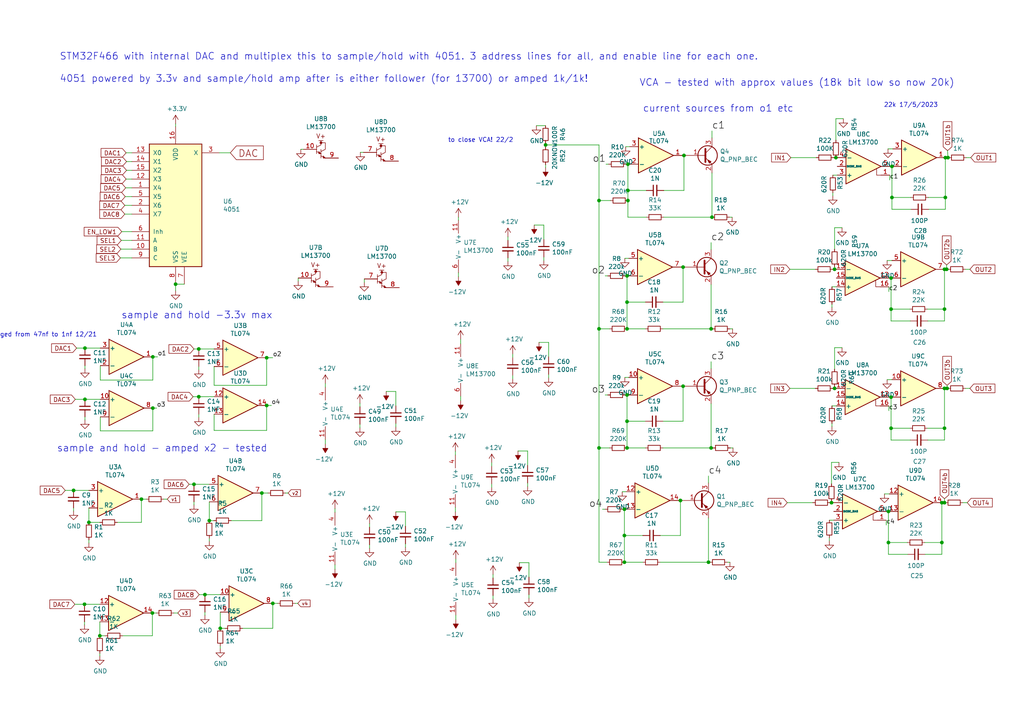
<source format=kicad_sch>
(kicad_sch (version 20211123) (generator eeschema)
  (paper "A4")
  (junction (at 41.021 144.78))
  (junction (at 258.699 48.26))
  (junction (at 273.939 78.105))
  (junction (at 182.118 58.166))
  (junction (at 44.323 103.505))
  (junction (at 257.683 157.353))
  (junction (at 273.177 145.796))
  (junction (at 206.502 62.992))
  (junction (at 181.102 163.068))
  (junction (at 274.701 112.649))
  (junction (at 274.193 57.277))
  (junction (at 198.12 77.47))
  (junction (at 273.939 124.206))
  (junction (at 60.706 151.003))
  (junction (at 173.736 129.921))
  (junction (at 258.445 124.206))
  (junction (at 77.343 103.759))
  (junction (at 181.864 114.554))
  (junction (at 258.445 89.662))
  (junction (at 57.658 101.219))
  (junction (at 206.248 95.377))
  (junction (at 181.102 147.701))
  (junction (at 206.248 129.921))
  (junction (at 21.336 142.24))
  (junction (at 59.436 172.466))
  (junction (at 173.736 95.377))
  (junction (at 258.445 115.189))
  (junction (at 181.864 95.377))
  (junction (at 182.118 47.625))
  (junction (at 274.193 45.72))
  (junction (at 273.939 89.662))
  (junction (at 258.699 57.277))
  (junction (at 182.118 55.245))
  (junction (at 181.864 80.01))
  (junction (at 77.343 117.602))
  (junction (at 273.939 145.796))
  (junction (at 57.658 115.062))
  (junction (at 44.196 177.8))
  (junction (at 24.511 175.26))
  (junction (at 181.864 129.921))
  (junction (at 50.927 82.423))
  (junction (at 273.939 112.649))
  (junction (at 198.12 112.014))
  (junction (at 56.261 140.462))
  (junction (at 197.358 145.161))
  (junction (at 242.062 78.105))
  (junction (at 24.638 115.824))
  (junction (at 205.486 163.068))
  (junction (at 242.443 45.72))
  (junction (at 25.781 151.511))
  (junction (at 181.864 122.174))
  (junction (at 24.638 100.965))
  (junction (at 158.242 42.037))
  (junction (at 181.864 87.63))
  (junction (at 173.736 58.166))
  (junction (at 181.102 155.321))
  (junction (at 274.574 78.105))
  (junction (at 258.445 80.645))
  (junction (at 28.956 184.404))
  (junction (at 63.881 182.245))
  (junction (at 257.683 148.336))
  (junction (at 273.177 157.353))
  (junction (at 44.323 118.364))
  (junction (at 241.173 145.796))
  (junction (at 242.062 112.649))
  (junction (at 75.946 143.002))
  (junction (at 274.955 45.72))
  (junction (at 79.121 175.006))
  (junction (at 198.374 45.085))
  (wire (pts (xy 153.035 130.81) (xy 153.035 135.001)))
  (wire (pts (xy 25.781 151.511) (xy 28.956 151.511)))
  (wire (pts (xy 44.323 110.236) (xy 44.323 103.505)))
  (wire (pts (xy 192.278 129.921) (xy 206.248 129.921)))
  (wire (pts (xy 197.358 155.321) (xy 191.516 155.321)))
  (wire (pts (xy 155.575 36.449) (xy 158.242 36.449)))
  (wire (pts (xy 182.118 55.245) (xy 187.452 55.245)))
  (wire (pts (xy 114.808 122.809) (xy 114.808 123.825)))
  (wire (pts (xy 181.864 129.921) (xy 187.198 129.921)))
  (wire (pts (xy 258.445 124.206) (xy 263.906 124.206)))
  (wire (pts (xy 38.227 51.943) (xy 36.576 51.943)))
  (wire (pts (xy 198.374 45.085) (xy 198.374 55.245)))
  (wire (pts (xy 242.443 40.64) (xy 242.443 34.417)))
  (wire (pts (xy 258.445 80.645) (xy 258.699 80.645)))
  (wire (pts (xy 181.229 74.93) (xy 182.372 74.93)))
  (wire (pts (xy 197.866 45.085) (xy 198.374 45.085)))
  (wire (pts (xy 181.864 122.174) (xy 181.864 129.921)))
  (wire (pts (xy 211.709 95.377) (xy 212.471 95.377)))
  (wire (pts (xy 257.302 110.109) (xy 258.699 110.109)))
  (wire (pts (xy 24.638 100.965) (xy 22.225 100.965)))
  (wire (pts (xy 211.836 129.921) (xy 212.598 129.921)))
  (wire (pts (xy 57.658 101.219) (xy 56.261 101.219)))
  (wire (pts (xy 181.864 114.554) (xy 182.372 114.554)))
  (wire (pts (xy 38.227 44.323) (xy 36.576 44.323)))
  (wire (pts (xy 258.699 57.277) (xy 258.699 60.706)))
  (wire (pts (xy 21.336 142.24) (xy 18.923 142.24)))
  (wire (pts (xy 258.064 50.8) (xy 258.064 52.197)))
  (wire (pts (xy 35.56 184.404) (xy 44.196 184.404)))
  (wire (pts (xy 258.064 48.26) (xy 258.699 48.26)))
  (wire (pts (xy 198.12 87.63) (xy 192.278 87.63)))
  (wire (pts (xy 274.574 78.105) (xy 274.955 78.105)))
  (wire (pts (xy 241.808 45.72) (xy 242.443 45.72)))
  (wire (pts (xy 257.81 117.729) (xy 257.81 119.126)))
  (wire (pts (xy 79.121 175.006) (xy 80.518 175.006)))
  (wire (pts (xy 62.103 120.142) (xy 62.103 124.841)))
  (wire (pts (xy 75.946 151.003) (xy 75.946 143.002)))
  (wire (pts (xy 60.706 145.542) (xy 60.706 151.003)))
  (wire (pts (xy 85.598 175.006) (xy 86.36 175.006)))
  (wire (pts (xy 192.278 95.377) (xy 206.248 95.377)))
  (wire (pts (xy 142.621 140.335) (xy 142.621 141.351)))
  (wire (pts (xy 191.516 163.068) (xy 205.486 163.068)))
  (wire (pts (xy 38.227 62.103) (xy 36.195 62.103)))
  (wire (pts (xy 205.486 163.068) (xy 205.867 163.068)))
  (wire (pts (xy 198.12 112.014) (xy 198.628 112.014)))
  (wire (pts (xy 104.521 44.196) (xy 105.41 44.196)))
  (wire (pts (xy 198.12 77.47) (xy 198.628 77.47)))
  (wire (pts (xy 158.242 42.037) (xy 158.242 42.672)))
  (wire (pts (xy 242.062 72.263) (xy 242.062 66.04)))
  (wire (pts (xy 268.224 157.353) (xy 273.177 157.353)))
  (wire (pts (xy 104.394 116.967) (xy 104.394 117.983)))
  (wire (pts (xy 241.3 83.185) (xy 242.57 83.185)))
  (wire (pts (xy 157.734 65.278) (xy 157.734 69.469)))
  (wire (pts (xy 114.808 113.538) (xy 114.808 117.729)))
  (wire (pts (xy 211.582 62.992) (xy 212.344 62.992)))
  (wire (pts (xy 63.881 187.325) (xy 63.881 188.087)))
  (wire (pts (xy 198.12 122.174) (xy 192.278 122.174)))
  (wire (pts (xy 197.358 145.161) (xy 197.358 155.321)))
  (wire (pts (xy 28.956 189.484) (xy 28.956 190.246)))
  (wire (pts (xy 181.102 155.321) (xy 186.436 155.321)))
  (wire (pts (xy 257.683 148.336) (xy 257.937 148.336)))
  (wire (pts (xy 273.177 157.353) (xy 273.177 160.782)))
  (wire (pts (xy 241.3 117.729) (xy 242.57 117.729)))
  (wire (pts (xy 47.498 144.78) (xy 48.514 144.78)))
  (wire (pts (xy 44.196 177.8) (xy 44.196 184.404)))
  (wire (pts (xy 143.002 172.72) (xy 143.002 173.736)))
  (wire (pts (xy 181.864 95.377) (xy 187.198 95.377)))
  (wire (pts (xy 173.736 95.377) (xy 173.736 129.921)))
  (wire (pts (xy 67.056 151.003) (xy 75.946 151.003)))
  (wire (pts (xy 50.927 82.423) (xy 50.927 84.328)))
  (wire (pts (xy 44.323 103.505) (xy 45.72 103.505)))
  (wire (pts (xy 114.808 148.463) (xy 117.602 148.463)))
  (wire (pts (xy 57.658 101.219) (xy 62.103 101.219)))
  (wire (pts (xy 150.622 163.195) (xy 153.416 163.195)))
  (wire (pts (xy 242.443 34.417) (xy 244.602 34.417)))
  (wire (pts (xy 24.638 106.045) (xy 24.638 106.934)))
  (wire (pts (xy 132.207 162.179) (xy 132.207 163.195)))
  (wire (pts (xy 148.717 102.743) (xy 148.717 103.759)))
  (wire (pts (xy 105.664 80.899) (xy 105.664 81.915)))
  (wire (pts (xy 132.969 79.121) (xy 132.969 80.264)))
  (wire (pts (xy 258.445 89.662) (xy 263.906 89.662)))
  (wire (pts (xy 274.955 45.72) (xy 275.209 45.72)))
  (wire (pts (xy 133.604 114.935) (xy 133.604 116.205)))
  (wire (pts (xy 173.736 95.377) (xy 173.736 58.166)))
  (wire (pts (xy 24.638 100.965) (xy 29.083 100.965)))
  (wire (pts (xy 274.701 112.649) (xy 274.955 112.649)))
  (wire (pts (xy 197.612 112.014) (xy 198.12 112.014)))
  (wire (pts (xy 44.196 177.8) (xy 45.339 177.8)))
  (wire (pts (xy 242.062 112.649) (xy 242.57 112.649)))
  (wire (pts (xy 77.343 111.76) (xy 77.343 103.759)))
  (wire (pts (xy 182.118 55.245) (xy 182.118 58.166)))
  (wire (pts (xy 206.248 72.39) (xy 206.248 70.358)))
  (wire (pts (xy 38.227 46.863) (xy 36.703 46.863)))
  (wire (pts (xy 50.419 177.8) (xy 51.562 177.8)))
  (wire (pts (xy 242.443 45.72) (xy 242.824 45.72)))
  (wire (pts (xy 269.24 57.277) (xy 274.193 57.277)))
  (wire (pts (xy 180.467 142.621) (xy 181.61 142.621)))
  (wire (pts (xy 24.638 115.824) (xy 29.083 115.824)))
  (wire (pts (xy 143.002 166.624) (xy 143.002 167.64)))
  (wire (pts (xy 147.32 74.803) (xy 147.32 75.819)))
  (wire (pts (xy 132.969 62.992) (xy 132.969 63.881)))
  (wire (pts (xy 197.358 145.161) (xy 197.866 145.161)))
  (wire (pts (xy 176.784 95.377) (xy 173.736 95.377)))
  (wire (pts (xy 148.717 108.839) (xy 148.717 109.855)))
  (wire (pts (xy 206.248 95.377) (xy 206.629 95.377)))
  (wire (pts (xy 38.227 59.563) (xy 36.195 59.563)))
  (wire (pts (xy 38.227 54.483) (xy 36.449 54.483)))
  (wire (pts (xy 28.956 180.34) (xy 28.956 184.404)))
  (wire (pts (xy 63.881 182.245) (xy 65.278 182.245)))
  (wire (pts (xy 157.734 74.549) (xy 157.734 75.565)))
  (wire (pts (xy 274.574 76.835) (xy 274.574 78.105)))
  (wire (pts (xy 274.193 45.72) (xy 274.955 45.72)))
  (wire (pts (xy 206.502 40.005) (xy 206.502 37.973)))
  (wire (pts (xy 273.939 144.653) (xy 273.939 145.796)))
  (wire (pts (xy 173.736 129.921) (xy 176.784 129.921)))
  (wire (pts (xy 268.986 124.206) (xy 273.939 124.206)))
  (wire (pts (xy 61.976 151.003) (xy 60.706 151.003)))
  (wire (pts (xy 181.102 163.068) (xy 186.436 163.068)))
  (wire (pts (xy 241.3 88.265) (xy 241.3 89.154)))
  (wire (pts (xy 240.792 145.796) (xy 241.173 145.796)))
  (wire (pts (xy 274.828 43.688) (xy 274.955 45.72)))
  (wire (pts (xy 62.103 111.76) (xy 77.343 111.76)))
  (wire (pts (xy 258.699 60.706) (xy 264.287 60.706)))
  (wire (pts (xy 57.658 115.062) (xy 56.007 115.062)))
  (wire (pts (xy 70.358 182.245) (xy 79.121 182.245)))
  (wire (pts (xy 25.781 156.591) (xy 25.781 157.48)))
  (wire (pts (xy 182.118 62.992) (xy 187.452 62.992)))
  (wire (pts (xy 242.062 66.04) (xy 244.221 66.04)))
  (wire (pts (xy 97.155 147.574) (xy 97.155 148.59)))
  (wire (pts (xy 142.621 134.239) (xy 142.621 135.255)))
  (wire (pts (xy 158.242 42.037) (xy 173.736 42.037)))
  (wire (pts (xy 229.108 112.649) (xy 236.474 112.649)))
  (wire (pts (xy 181.102 155.321) (xy 181.102 163.068)))
  (wire (pts (xy 156.337 99.314) (xy 159.131 99.314)))
  (wire (pts (xy 159.131 108.585) (xy 159.131 109.601)))
  (wire (pts (xy 241.3 122.809) (xy 241.3 123.698)))
  (wire (pts (xy 181.864 87.63) (xy 187.198 87.63)))
  (wire (pts (xy 181.102 147.701) (xy 181.102 155.321)))
  (wire (pts (xy 107.188 151.892) (xy 107.188 152.908)))
  (wire (pts (xy 77.343 117.602) (xy 78.74 117.602)))
  (wire (pts (xy 257.048 148.336) (xy 257.683 148.336)))
  (wire (pts (xy 50.927 82.423) (xy 53.467 82.423)))
  (wire (pts (xy 280.035 112.649) (xy 281.305 112.649)))
  (wire (pts (xy 273.177 145.796) (xy 273.939 145.796)))
  (wire (pts (xy 21.336 142.24) (xy 25.781 142.24)))
  (wire (pts (xy 210.947 163.068) (xy 211.709 163.068)))
  (wire (pts (xy 268.986 89.662) (xy 273.939 89.662)))
  (wire (pts (xy 181.483 42.545) (xy 182.626 42.545)))
  (wire (pts (xy 132.207 178.435) (xy 132.207 179.705)))
  (wire (pts (xy 273.177 145.796) (xy 273.177 157.353)))
  (wire (pts (xy 241.173 134.112) (xy 243.332 134.112)))
  (wire (pts (xy 196.85 145.161) (xy 197.358 145.161)))
  (wire (pts (xy 198.12 112.014) (xy 198.12 122.174)))
  (wire (pts (xy 258.699 48.26) (xy 258.699 57.277)))
  (wire (pts (xy 38.227 72.263) (xy 35.052 72.263)))
  (wire (pts (xy 257.302 75.565) (xy 258.699 75.565)))
  (wire (pts (xy 182.118 47.625) (xy 182.626 47.625)))
  (wire (pts (xy 44.323 124.968) (xy 44.323 118.364)))
  (wire (pts (xy 38.227 57.023) (xy 36.322 57.023)))
  (wire (pts (xy 57.658 115.062) (xy 62.103 115.062)))
  (wire (pts (xy 274.193 57.277) (xy 274.193 60.706)))
  (wire (pts (xy 240.538 155.956) (xy 240.538 156.845)))
  (wire (pts (xy 107.188 157.988) (xy 107.188 159.004)))
  (wire (pts (xy 56.261 145.542) (xy 56.261 146.431)))
  (wire (pts (xy 258.445 80.645) (xy 258.445 89.662)))
  (wire (pts (xy 241.554 55.88) (xy 241.554 56.769)))
  (wire (pts (xy 182.118 58.166) (xy 182.118 62.992)))
  (wire (pts (xy 181.356 114.554) (xy 181.864 114.554)))
  (wire (pts (xy 175.514 147.701) (xy 174.752 147.701)))
  (wire (pts (xy 60.706 156.083) (xy 60.706 156.972)))
  (wire (pts (xy 257.683 157.353) (xy 263.144 157.353)))
  (wire (pts (xy 180.594 147.701) (xy 181.102 147.701)))
  (wire (pts (xy 242.062 78.105) (xy 242.57 78.105)))
  (wire (pts (xy 79.121 182.245) (xy 79.121 175.006)))
  (wire (pts (xy 77.343 103.759) (xy 79.121 103.759)))
  (wire (pts (xy 182.118 47.625) (xy 182.118 55.245)))
  (wire (pts (xy 173.736 163.068) (xy 176.022 163.068)))
  (wire (pts (xy 258.445 93.091) (xy 264.033 93.091)))
  (wire (pts (xy 38.227 74.803) (xy 34.925 74.803)))
  (wire (pts (xy 242.062 107.061) (xy 242.062 100.838)))
  (wire (pts (xy 273.939 89.662) (xy 273.939 93.091)))
  (wire (pts (xy 94.361 111.252) (xy 94.361 112.268)))
  (wire (pts (xy 82.804 143.002) (xy 83.566 143.002)))
  (wire (pts (xy 257.81 115.189) (xy 258.445 115.189)))
  (wire (pts (xy 198.374 55.245) (xy 192.532 55.245)))
  (wire (pts (xy 274.701 111.76) (xy 274.701 112.649)))
  (wire (pts (xy 273.939 112.649) (xy 273.939 124.206)))
  (wire (pts (xy 258.699 48.26) (xy 258.953 48.26)))
  (wire (pts (xy 176.53 47.625) (xy 175.768 47.625)))
  (wire (pts (xy 181.864 114.554) (xy 181.864 122.174)))
  (wire (pts (xy 158.242 47.752) (xy 158.242 48.641)))
  (wire (pts (xy 173.736 58.166) (xy 177.038 58.166)))
  (wire (pts (xy 28.956 184.404) (xy 30.48 184.404)))
  (wire (pts (xy 258.445 115.189) (xy 258.445 124.206)))
  (wire (pts (xy 21.336 147.32) (xy 21.336 148.209)))
  (wire (pts (xy 44.323 118.364) (xy 45.466 118.364)))
  (wire (pts (xy 24.511 175.26) (xy 28.956 175.26)))
  (wire (pts (xy 24.638 115.824) (xy 21.844 115.824)))
  (wire (pts (xy 206.248 129.921) (xy 206.248 117.094)))
  (wire (pts (xy 229.108 78.105) (xy 236.474 78.105)))
  (wire (pts (xy 269.113 127.635) (xy 273.939 127.635)))
  (wire (pts (xy 57.658 120.142) (xy 57.658 121.031)))
  (wire (pts (xy 38.227 67.183) (xy 35.306 67.183)))
  (wire (pts (xy 38.227 49.403) (xy 36.703 49.403)))
  (wire (pts (xy 205.486 140.081) (xy 205.486 138.049)))
  (wire (pts (xy 257.81 83.185) (xy 257.81 84.582)))
  (wire (pts (xy 273.939 78.105) (xy 274.574 78.105)))
  (wire (pts (xy 241.554 78.105) (xy 242.062 78.105)))
  (wire (pts (xy 240.538 150.876) (xy 241.808 150.876)))
  (wire (pts (xy 59.436 177.546) (xy 59.436 178.435)))
  (wire (pts (xy 206.248 95.377) (xy 206.248 82.55)))
  (wire (pts (xy 280.289 45.72) (xy 281.559 45.72)))
  (wire (pts (xy 257.81 80.645) (xy 258.445 80.645)))
  (wire (pts (xy 133.604 98.425) (xy 133.604 99.695)))
  (wire (pts (xy 181.229 109.474) (xy 182.372 109.474)))
  (wire (pts (xy 198.374 45.085) (xy 198.882 45.085)))
  (wire (pts (xy 97.155 163.83) (xy 97.155 165.1)))
  (wire (pts (xy 241.554 112.649) (xy 242.062 112.649)))
  (wire (pts (xy 197.612 77.47) (xy 198.12 77.47)))
  (wire (pts (xy 257.683 160.782) (xy 263.271 160.782)))
  (wire (pts (xy 41.021 151.511) (xy 41.021 144.78)))
  (wire (pts (xy 94.361 127.508) (xy 94.361 128.778)))
  (wire (pts (xy 268.351 160.782) (xy 273.177 160.782)))
  (wire (pts (xy 279.273 145.796) (xy 280.543 145.796)))
  (wire (pts (xy 150.241 130.81) (xy 153.035 130.81)))
  (wire (pts (xy 34.036 151.511) (xy 41.021 151.511)))
  (wire (pts (xy 25.781 147.32) (xy 25.781 151.511)))
  (wire (pts (xy 241.173 140.335) (xy 241.173 134.112)))
  (wire (pts (xy 181.356 80.01) (xy 181.864 80.01)))
  (wire (pts (xy 29.083 106.045) (xy 29.083 110.236)))
  (wire (pts (xy 132.08 130.937) (xy 132.08 131.953)))
  (wire (pts (xy 258.699 57.277) (xy 264.16 57.277)))
  (wire (pts (xy 147.32 68.707) (xy 147.32 69.723)))
  (wire (pts (xy 258.445 127.635) (xy 264.033 127.635)))
  (wire (pts (xy 258.445 115.189) (xy 258.699 115.189)))
  (wire (pts (xy 154.94 65.278) (xy 157.734 65.278)))
  (wire (pts (xy 181.864 80.01) (xy 181.864 87.63)))
  (wire (pts (xy 132.08 147.193) (xy 132.08 148.463)))
  (wire (pts (xy 176.276 80.01) (xy 175.514 80.01)))
  (wire (pts (xy 256.54 143.256) (xy 257.937 143.256)))
  (wire (pts (xy 24.511 180.34) (xy 24.511 181.229)))
  (wire (pts (xy 181.864 87.63) (xy 181.864 95.377)))
  (wire (pts (xy 198.12 77.47) (xy 198.12 87.63)))
  (wire (pts (xy 241.554 50.8) (xy 242.824 50.8)))
  (wire (pts (xy 62.103 124.841) (xy 77.343 124.841)))
  (wire (pts (xy 29.083 110.236) (xy 44.323 110.236)))
  (wire (pts (xy 63.881 177.546) (xy 63.881 182.245)))
  (wire (pts (xy 280.035 78.105) (xy 281.305 78.105)))
  (wire (pts (xy 242.062 77.343) (xy 242.062 78.105)))
  (wire (pts (xy 258.445 89.662) (xy 258.445 93.091)))
  (wire (pts (xy 269.113 93.091) (xy 273.939 93.091)))
  (wire (pts (xy 62.103 106.299) (xy 62.103 111.76)))
  (wire (pts (xy 41.021 144.78) (xy 42.418 144.78)))
  (wire (pts (xy 257.048 150.876) (xy 257.048 152.273)))
  (wire (pts (xy 29.083 120.904) (xy 29.083 124.968)))
  (wire (pts (xy 274.193 45.72) (xy 274.193 57.277)))
  (wire (pts (xy 257.683 148.336) (xy 257.683 157.353)))
  (wire (pts (xy 241.173 145.796) (xy 241.808 145.796)))
  (wire (pts (xy 158.242 41.529) (xy 158.242 42.037)))
  (wire (pts (xy 228.346 145.796) (xy 235.712 145.796)))
  (wire (pts (xy 56.261 140.462) (xy 54.864 140.462)))
  (wire (pts (xy 87.249 43.307) (xy 88.011 43.307)))
  (wire (pts (xy 176.276 114.554) (xy 175.514 114.554)))
  (wire (pts (xy 159.131 99.314) (xy 159.131 103.505)))
  (wire (pts (xy 273.939 112.649) (xy 274.701 112.649)))
  (wire (pts (xy 273.939 145.796) (xy 274.193 145.796)))
  (wire (pts (xy 257.683 157.353) (xy 257.683 160.782)))
  (wire (pts (xy 206.502 62.992) (xy 206.502 50.165)))
  (wire (pts (xy 50.927 35.941) (xy 50.927 36.703)))
  (wire (pts (xy 59.436 172.466) (xy 63.881 172.466)))
  (wire (pts (xy 181.864 122.174) (xy 187.198 122.174)))
  (wire (pts (xy 112.014 113.538) (xy 114.808 113.538)))
  (wire (pts (xy 273.939 124.206) (xy 273.939 127.635)))
  (wire (pts (xy 153.416 163.195) (xy 153.416 167.386)))
  (wire (pts (xy 57.658 106.299) (xy 57.658 107.188)))
  (wire (pts (xy 86.487 80.645) (xy 86.487 81.534)))
  (wire (pts (xy 206.248 106.934) (xy 206.248 104.902)))
  (wire (pts (xy 242.062 100.838) (xy 244.221 100.838)))
  (wire (pts (xy 192.532 62.992) (xy 206.502 62.992)))
  (wire (pts (xy 24.511 175.26) (xy 21.717 175.26)))
  (wire (pts (xy 104.394 123.063) (xy 104.394 124.079)))
  (wire (pts (xy 117.602 148.463) (xy 117.602 152.654)))
  (wire (pts (xy 117.602 157.734) (xy 117.602 158.75)))
  (wire (pts (xy 257.556 43.18) (xy 258.953 43.18)))
  (wire (pts (xy 173.736 129.921) (xy 173.736 163.068)))
  (wire (pts (xy 75.946 143.002) (xy 77.724 143.002)))
  (wire (pts (xy 77.343 124.841) (xy 77.343 117.602)))
  (wire (pts (xy 153.416 172.466) (xy 153.416 173.482)))
  (wire (pts (xy 63.627 44.323) (xy 66.802 44.323)))
  (wire (pts (xy 269.367 60.706) (xy 274.193 60.706)))
  (wire (pts (xy 206.248 129.921) (xy 206.756 129.921)))
  (wire (pts (xy 273.939 78.105) (xy 273.939 89.662)))
  (wire (pts (xy 229.362 45.72) (xy 236.728 45.72)))
  (wire (pts (xy 181.61 47.625) (xy 182.118 47.625)))
  (wire (pts (xy 56.261 140.462) (xy 60.706 140.462)))
  (wire (pts (xy 181.102 147.701) (xy 181.61 147.701)))
  (wire (pts (xy 29.083 124.968) (xy 44.323 124.968)))
  (wire (pts (xy 205.486 163.068) (xy 205.486 150.241)))
  (wire (pts (xy 24.638 120.904) (xy 24.638 121.793)))
  (wire (pts (xy 38.227 69.723) (xy 35.179 69.723)))
  (wire (pts (xy 181.864 80.01) (xy 182.372 80.01)))
  (wire (pts (xy 258.445 124.206) (xy 258.445 127.635)))
  (wire (pts (xy 153.035 140.081) (xy 153.035 141.097)))
  (wire (pts (xy 59.436 172.466) (xy 57.785 172.466)))
  (wire (pts (xy 241.173 145.415) (xy 241.173 145.796)))
  (wire (pts (xy 242.062 112.141) (xy 242.062 112.649)))
  (wire (pts (xy 173.736 42.037) (xy 173.736 58.166)))
  (text "current sources from o1 etc" (at 186.436 32.766 0) (effects (font (size 2.0066 2.0066)) (justify left bottom)))
  (text "sample and hold - amped x2 - tested" (at 16.51 131.318 0) (effects (font (size 2.0066 2.0066)) (justify left bottom)))
  (text "STM32F466 with internal DAC and multiplex this to sample/hold with 4051. 3 address lines for all, and enable line for each one.\n\n4051 powered by 3.3v and sample/hold amp after is either follower (for 13700) or amped 1k/1k!" (at 17.272 24.13 0) (effects (font (size 2.0066 2.0066)) (justify left bottom)))
  (text "to close VCA! 22/2\n" (at 129.921 41.4782 0) (effects (font (size 1.27 1.27)) (justify left bottom)))
  (text "sample and hold -3.3v max" (at 35.179 92.71 0) (effects (font (size 2.0066 2.0066)) (justify left bottom)))
  (text "VCA - tested with approx values (18k bit low so now 20k)" (at 185.42 25.273 0) (effects (font (size 2.0066 2.0066)) (justify left bottom)))
  (text "22k 17/5/2023" (at 256.3368 31.3182 0) (effects (font (size 1.27 1.27)) (justify left bottom)))
  (text "changed from 47nf to 1nf 12/21" (at -4.572 97.917 0) (effects (font (size 1.27 1.27)) (justify left bottom)))
  (label "o4" (at 78.74 117.602 0))
  (label "c2" (at 257.81 84.582 0))
  (label "c2" (at 206.248 70.358 0) (effects (font (size 2.0066 2.0066))))
  (label "o2" (at 175.514 80.01 180) (effects (font (size 2.0066 2.0066))))
  (label "o2" (at 79.121 103.759 0))
  (label "c3" (at 206.248 104.902 0) (effects (font (size 2.0066 2.0066))))
  (label "o1" (at 175.768 47.625 180) (effects (font (size 2.0066 2.0066))))
  (label "o3" (at 45.466 118.364 0))
  (label "o1" (at 45.72 103.505 0))
  (label "c4" (at 205.486 138.049 0) (effects (font (size 2.0066 2.0066))))
  (label "c3" (at 257.81 119.126 0))
  (label "o3" (at 175.514 114.554 180) (effects (font (size 2.0066 2.0066))))
  (label "c1" (at 206.502 37.973 0) (effects (font (size 2.0066 2.0066))))
  (label "o4" (at 174.752 147.701 180) (effects (font (size 2.0066 2.0066))))
  (label "c1" (at 258.064 52.197 0))
  (label "c4" (at 257.048 152.273 0))
  (global_label "DAC7" (shape input) (at 36.195 59.563 180) (property "Intersheet References" "${INTERSHEET_REFS}" (effects hide)))
  (global_label "DAC8" (shape input) (at 57.785 172.466 180) (property "Intersheet References" "${INTERSHEET_REFS}" (effects hide)))
  (global_label "DAC8" (shape input) (at 36.195 62.103 180) (property "Intersheet References" "${INTERSHEET_REFS}" (effects hide)))
  (global_label "OUT1b" (shape input) (at 274.828 43.688 90) (property "Intersheet References" "${INTERSHEET_REFS}" (effects hide)))
  (global_label "OUT2" (shape input) (at 281.305 78.105 0) (property "Intersheet References" "${INTERSHEET_REFS}" (effects hide)))
  (global_label "v4" (shape input) (at 86.36 175.006 0) (effects (font (size 0.9906 0.9906))) (property "Intersheet References" "${INTERSHEET_REFS}" (effects hide)))
  (global_label "DAC1" (shape input) (at 22.225 100.965 180) (property "Intersheet References" "${INTERSHEET_REFS}" (effects hide)))
  (global_label "SEL3" (shape input) (at 34.925 74.803 180) (property "Intersheet References" "${INTERSHEET_REFS}" (effects hide)))
  (global_label "DAC5" (shape input) (at 18.923 142.24 180) (property "Intersheet References" "${INTERSHEET_REFS}" (effects hide)))
  (global_label "DAC6" (shape input) (at 54.864 140.462 180) (property "Intersheet References" "${INTERSHEET_REFS}" (effects hide)))
  (global_label "DAC3" (shape input) (at 21.844 115.824 180) (property "Intersheet References" "${INTERSHEET_REFS}" (effects hide)))
  (global_label "DAC4" (shape input) (at 56.007 115.062 180) (property "Intersheet References" "${INTERSHEET_REFS}" (effects hide)))
  (global_label "DAC2" (shape input) (at 36.703 46.863 180) (property "Intersheet References" "${INTERSHEET_REFS}" (effects hide)))
  (global_label "OUT3b" (shape input) (at 274.701 111.76 90) (property "Intersheet References" "${INTERSHEET_REFS}" (effects hide)))
  (global_label "IN3" (shape input) (at 229.108 112.649 180) (property "Intersheet References" "${INTERSHEET_REFS}" (effects hide)))
  (global_label "IN2" (shape input) (at 229.108 78.105 180) (property "Intersheet References" "${INTERSHEET_REFS}" (effects hide)))
  (global_label "DAC5" (shape input) (at 36.449 54.483 180) (property "Intersheet References" "${INTERSHEET_REFS}" (effects hide)))
  (global_label "OUT3" (shape input) (at 281.305 112.649 0) (property "Intersheet References" "${INTERSHEET_REFS}" (effects hide)))
  (global_label "DAC3" (shape input) (at 36.703 49.403 180) (property "Intersheet References" "${INTERSHEET_REFS}" (effects hide)))
  (global_label "SEL2" (shape input) (at 35.052 72.263 180) (property "Intersheet References" "${INTERSHEET_REFS}" (effects hide)))
  (global_label "DAC7" (shape input) (at 21.717 175.26 180) (property "Intersheet References" "${INTERSHEET_REFS}" (effects hide)))
  (global_label "OUT2b" (shape input) (at 274.574 76.835 90) (property "Intersheet References" "${INTERSHEET_REFS}" (effects hide)))
  (global_label "IN1" (shape input) (at 229.362 45.72 180) (property "Intersheet References" "${INTERSHEET_REFS}" (effects hide)))
  (global_label "OUT1" (shape input) (at 281.559 45.72 0) (property "Intersheet References" "${INTERSHEET_REFS}" (effects hide)))
  (global_label "EN_LOW1" (shape input) (at 35.306 67.183 180) (property "Intersheet References" "${INTERSHEET_REFS}" (effects hide)))
  (global_label "OUT4b" (shape input) (at 273.939 144.653 90) (property "Intersheet References" "${INTERSHEET_REFS}" (effects hide)))
  (global_label "IN4" (shape input) (at 228.346 145.796 180) (property "Intersheet References" "${INTERSHEET_REFS}" (effects hide)))
  (global_label "v2" (shape input) (at 83.566 143.002 0) (effects (font (size 0.9906 0.9906))) (property "Intersheet References" "${INTERSHEET_REFS}" (effects hide)))
  (global_label "DAC2" (shape input) (at 56.261 101.219 180) (property "Intersheet References" "${INTERSHEET_REFS}" (effects hide)))
  (global_label "OUT4" (shape input) (at 280.543 145.796 0) (property "Intersheet References" "${INTERSHEET_REFS}" (effects hide)))
  (global_label "v1" (shape input) (at 48.514 144.78 0) (effects (font (size 0.9906 0.9906))) (property "Intersheet References" "${INTERSHEET_REFS}" (effects hide)))
  (global_label "v3" (shape input) (at 51.562 177.8 0) (effects (font (size 0.9906 0.9906))) (property "Intersheet References" "${INTERSHEET_REFS}" (effects hide)))
  (global_label "DAC1" (shape input) (at 36.576 44.323 180) (property "Intersheet References" "${INTERSHEET_REFS}" (effects hide)))
  (global_label "DAC" (shape input) (at 66.802 44.323 0) (effects (font (size 2.0066 2.0066))) (property "Intersheet References" "${INTERSHEET_REFS}" (effects hide)))
  (global_label "DAC4" (shape input) (at 36.576 51.943 180) (property "Intersheet References" "${INTERSHEET_REFS}" (effects hide)))
  (global_label "DAC6" (shape input) (at 36.322 57.023 180) (property "Intersheet References" "${INTERSHEET_REFS}" (effects hide)))
  (global_label "SEL1" (shape input) (at 35.179 69.723 180) (property "Intersheet References" "${INTERSHEET_REFS}" (effects hide)))
  (symbol (lib_id "power:+3.3V") (at 50.927 35.941 0) (unit 1)
    (property "Reference" "#PWR024" (effects hide))
    (property "Value" "+3.3V" (at 51.308 31.5468 0))
  )
  (symbol (lib_id "Amplifier_Operational:TL074") (at 36.703 103.505 0) (unit 1)
    (property "Reference" "U4" (at 36.703 94.1832 0))
    (property "Value" "TL074" (at 36.703 96.4946 0))
    (property "Footprint" "Housings_SOIC:SOIC-14_3.9x8.7mm_Pitch1.27mm" (effects hide))
    (property "Datasheet" "http://www.ti.com/lit/ds/symlink/tl071.pdf" (effects hide))
  )
  (symbol (lib_id "Amplifier_Operational:TL074") (at 69.723 103.759 0) (unit 2)
    (property "Reference" "U3" (at 69.723 94.4372 0))
    (property "Value" "TL074" (at 69.723 96.7486 0))
    (property "Footprint" "Housings_SOIC:SOIC-14_3.9x8.7mm_Pitch1.27mm" (effects hide))
    (property "Datasheet" "http://www.ti.com/lit/ds/symlink/tl071.pdf" (effects hide))
  )
  (symbol (lib_id "Amplifier_Operational:TL074") (at 36.703 118.364 0) (unit 3)
    (property "Reference" "U4" (at 36.703 109.0422 0))
    (property "Value" "TL074" (at 36.703 111.3536 0))
    (property "Footprint" "Housings_SOIC:SOIC-14_3.9x8.7mm_Pitch1.27mm" (effects hide))
    (property "Datasheet" "http://www.ti.com/lit/ds/symlink/tl071.pdf" (effects hide))
  )
  (symbol (lib_id "Amplifier_Operational:TL074") (at 69.723 117.602 0) (unit 4)
    (property "Reference" "U3" (at 69.723 108.2802 0))
    (property "Value" "TL074" (at 69.723 110.5916 0))
    (property "Footprint" "Housings_SOIC:SOIC-14_3.9x8.7mm_Pitch1.27mm" (effects hide))
    (property "Datasheet" "http://www.ti.com/lit/ds/symlink/tl071.pdf" (effects hide))
  )
  (symbol (lib_id "Amplifier_Operational:TL074") (at 96.901 119.888 0) (unit 5)
    (property "Reference" "U4" (at 95.8342 118.7196 0) (effects (justify left)))
    (property "Value" "TL074" (at 95.8342 121.031 0) (effects (justify left)))
    (property "Footprint" "Housings_SOIC:SOIC-14_3.9x8.7mm_Pitch1.27mm" (effects hide))
    (property "Datasheet" "http://www.ti.com/lit/ds/symlink/tl071.pdf" (effects hide))
  )
  (symbol (lib_id "Device:C_Small") (at 24.638 103.505 0) (unit 1)
    (property "Reference" "C11" (at 26.9748 102.3366 0) (effects (justify left)))
    (property "Value" "1NF" (at 26.9748 104.648 0) (effects (justify left)))
    (property "Footprint" "Capacitors_SMD:C_0805" (effects hide))
  )
  (symbol (lib_id "power:GND") (at 24.638 106.934 0) (unit 1)
    (property "Reference" "#PWR021" (effects hide))
    (property "Value" "GND" (at 24.765 111.3282 0))
  )
  (symbol (lib_id "power:GND") (at 57.658 107.188 0) (unit 1)
    (property "Reference" "#PWR026" (effects hide))
    (property "Value" "GND" (at 57.785 111.5822 0))
  )
  (symbol (lib_id "Device:C_Small") (at 57.658 117.602 0) (unit 1)
    (property "Reference" "C14" (at 59.9948 116.4336 0) (effects (justify left)))
    (property "Value" "1NF" (at 59.9948 118.745 0) (effects (justify left)))
    (property "Footprint" "Capacitors_SMD:C_0805" (effects hide))
  )
  (symbol (lib_id "power:GND") (at 87.249 43.307 0) (unit 1)
    (property "Reference" "#PWR031" (effects hide))
    (property "Value" "GND" (at 87.376 47.7012 0))
  )
  (symbol (lib_id "power:GND") (at 104.521 44.196 0) (unit 1)
    (property "Reference" "#PWR032" (effects hide))
    (property "Value" "GND" (at 104.648 48.5902 0))
  )
  (symbol (lib_id "Amplifier_Operational:TL074") (at 190.246 45.085 0) (unit 1)
    (property "Reference" "U5" (at 191.135 38.735 0))
    (property "Value" "TL074" (at 191.135 40.894 0))
    (property "Footprint" "Housings_SOIC:SOIC-14_3.9x8.7mm_Pitch1.27mm" (effects hide))
    (property "Datasheet" "http://www.ti.com/lit/ds/symlink/tl071.pdf" (effects hide))
  )
  (symbol (lib_id "Amplifier_Operational:TL074") (at 189.992 77.47 0) (unit 2)
    (property "Reference" "U5" (at 189.992 68.1482 0))
    (property "Value" "TL074" (at 189.992 70.4596 0))
    (property "Footprint" "Housings_SOIC:SOIC-14_3.9x8.7mm_Pitch1.27mm" (effects hide))
    (property "Datasheet" "http://www.ti.com/lit/ds/symlink/tl071.pdf" (effects hide))
  )
  (symbol (lib_id "Amplifier_Operational:TL074") (at 134.62 139.573 0) (unit 5)
    (property "Reference" "U9" (at 133.5532 138.4046 0) (effects (justify left)))
    (property "Value" "TL074" (at 133.5532 140.716 0) (effects (justify left)))
    (property "Footprint" "Housings_SOIC:SOIC-14_3.9x8.7mm_Pitch1.27mm" (effects hide))
    (property "Datasheet" "http://www.ti.com/lit/ds/symlink/tl071.pdf" (effects hide))
  )
  (symbol (lib_id "power:+12V") (at 132.08 130.937 0) (unit 1)
    (property "Reference" "#PWR037" (effects hide))
    (property "Value" "+12V" (at 132.461 126.5428 0))
  )
  (symbol (lib_id "Device:Q_PNP_BEC") (at 203.962 45.085 0) (unit 1)
    (property "Reference" "Q4" (at 208.8134 43.9166 0) (effects (justify left)))
    (property "Value" "Q_PNP_BEC" (at 208.8134 46.228 0) (effects (justify left)))
    (property "Footprint" "TO_SOT_Packages_SMD:SOT-23" (effects hide))
  )
  (symbol (lib_id "Device:C_Small") (at 189.992 55.245 90) (unit 1)
    (property "Reference" "C20" (at 189.992 49.4284 90))
    (property "Value" "1N" (at 189.992 51.7398 90))
    (property "Footprint" "Capacitors_SMD:C_0805" (effects hide))
  )
  (symbol (lib_id "Device:R_Small") (at 189.992 62.992 270) (unit 1)
    (property "Reference" "R14" (at 189.992 58.0136 90))
    (property "Value" "33K" (at 189.992 60.325 90))
    (property "Footprint" "Resistor_SMD:R_0805_2012Metric" (effects hide))
  )
  (symbol (lib_id "Device:R_Small") (at 179.07 47.625 270) (unit 1)
    (property "Reference" "R10" (at 179.07 42.6466 90))
    (property "Value" "220K" (at 179.07 44.958 90))
    (property "Footprint" "Resistor_SMD:R_0805_2012Metric" (effects hide))
  )
  (symbol (lib_id "Device:R_Small") (at 239.268 45.72 90) (unit 1)
    (property "Reference" "R22" (at 239.268 40.7416 90))
    (property "Value" "100K" (at 239.268 43.053 90))
    (property "Footprint" "Resistor_SMD:R_0805_2012Metric" (effects hide))
  )
  (symbol (lib_id "Device:C_Small") (at 266.827 60.706 90) (unit 1)
    (property "Reference" "C28" (at 266.954 66.929 90))
    (property "Value" "100P" (at 266.7 64.008 90))
    (property "Footprint" "Capacitors_SMD:C_0805" (effects hide))
  )
  (symbol (lib_id "Amplifier_Operational:TL074") (at 99.695 156.21 0) (unit 5)
    (property "Reference" "U3" (at 98.6282 155.0416 0) (effects (justify left)))
    (property "Value" "TL074" (at 98.6282 157.353 0) (effects (justify left)))
    (property "Footprint" "Housings_SOIC:SOIC-14_3.9x8.7mm_Pitch1.27mm" (effects hide))
    (property "Datasheet" "http://www.ti.com/lit/ds/symlink/tl071.pdf" (effects hide))
  )
  (symbol (lib_id "Device:R_Small") (at 189.738 95.377 270) (unit 1)
    (property "Reference" "R12" (at 189.738 90.3986 90))
    (property "Value" "33k" (at 189.738 92.71 90))
    (property "Footprint" "Resistor_SMD:R_0805_2012Metric" (effects hide))
  )
  (symbol (lib_id "Device:R_Small") (at 266.446 89.662 270) (unit 1)
    (property "Reference" "R24" (at 266.446 84.6836 90))
    (property "Value" "22K" (at 266.446 86.995 90))
    (property "Footprint" "Resistor_SMD:R_0805_2012Metric" (effects hide))
  )
  (symbol (lib_id "power:GND") (at 181.229 74.93 0) (unit 1)
    (property "Reference" "#PWR042" (effects hide))
    (property "Value" "GND" (at 181.356 79.3242 0))
  )
  (symbol (lib_id "Device:R_Small") (at 239.014 78.105 90) (unit 1)
    (property "Reference" "R20" (at 239.014 73.1266 90))
    (property "Value" "100k" (at 239.014 75.438 90))
    (property "Footprint" "Resistor_SMD:R_0805_2012Metric" (effects hide))
  )
  (symbol (lib_id "Device:C_Small") (at 266.573 93.091 90) (unit 1)
    (property "Reference" "C26" (at 266.7 99.314 90))
    (property "Value" "100P" (at 266.446 96.393 90))
    (property "Footprint" "Capacitors_SMD:C_0805" (effects hide))
  )
  (symbol (lib_id "power:GND") (at 257.302 75.565 0) (unit 1)
    (property "Reference" "#PWR054" (effects hide))
    (property "Value" "GND" (at 257.429 79.9592 0))
  )
  (symbol (lib_id "Device:Q_PNP_BEC") (at 203.708 112.014 0) (unit 1)
    (property "Reference" "Q3" (at 208.5594 110.8456 0) (effects (justify left)))
    (property "Value" "Q_PNP_BEC" (at 208.5594 113.157 0) (effects (justify left)))
    (property "Footprint" "TO_SOT_Packages_SMD:SOT-23" (effects hide))
  )
  (symbol (lib_id "Device:C_Small") (at 189.738 122.174 90) (unit 1)
    (property "Reference" "C19" (at 189.738 116.3574 90))
    (property "Value" "1N" (at 189.738 118.6688 90))
    (property "Footprint" "Capacitors_SMD:C_0805" (effects hide))
  )
  (symbol (lib_id "Device:R_Small") (at 189.738 129.921 270) (unit 1)
    (property "Reference" "R13" (at 189.738 124.9426 90))
    (property "Value" "33k" (at 189.738 127.254 90))
    (property "Footprint" "Resistor_SMD:R_0805_2012Metric" (effects hide))
  )
  (symbol (lib_id "Device:R_Small") (at 178.816 114.554 270) (unit 1)
    (property "Reference" "R9" (at 178.816 109.5756 90))
    (property "Value" "220k" (at 178.816 111.887 90))
    (property "Footprint" "Resistor_SMD:R_0805_2012Metric" (effects hide))
  )
  (symbol (lib_id "Device:R_Small") (at 266.446 124.206 270) (unit 1)
    (property "Reference" "R25" (at 266.446 119.2276 90))
    (property "Value" "22K" (at 266.446 121.539 90))
    (property "Footprint" "Resistor_SMD:R_0805_2012Metric" (effects hide))
  )
  (symbol (lib_id "power:GND") (at 181.229 109.474 0) (unit 1)
    (property "Reference" "#PWR043" (effects hide))
    (property "Value" "GND" (at 181.356 113.8682 0))
  )
  (symbol (lib_id "Amplifier_Operational:LM13700") (at 250.19 115.189 0) (unit 1)
    (property "Reference" "U8" (at 250.19 105.8672 0))
    (property "Value" "LM13700" (at 250.19 108.1786 0))
    (property "Footprint" "Housings_SOIC:SOIC-16_3.9x9.9mm_Pitch1.27mm" (effects hide))
    (property "Datasheet" "http://www.ti.com/lit/ds/symlink/lm13700.pdf" (effects hide))
  )
  (symbol (lib_id "Amplifier_Operational:LM13700") (at 249.428 148.336 0) (unit 3)
    (property "Reference" "U7" (at 249.428 139.0142 0))
    (property "Value" "LM13700" (at 249.428 141.3256 0))
    (property "Footprint" "Housings_SOIC:SOIC-16_3.9x9.9mm_Pitch1.27mm" (effects hide))
    (property "Datasheet" "http://www.ti.com/lit/ds/symlink/lm13700.pdf" (effects hide))
  )
  (symbol (lib_id "Amplifier_Operational:LM13700") (at 136.144 107.315 0) (unit 5)
    (property "Reference" "U8" (at 135.0772 106.1466 0) (effects (justify left)))
    (property "Value" "LM13700" (at 135.0772 108.458 0) (effects (justify left)))
    (property "Footprint" "Housings_SOIC:SOIC-16_3.9x9.9mm_Pitch1.27mm" (effects hide))
    (property "Datasheet" "http://www.ti.com/lit/ds/symlink/lm13700.pdf" (effects hide))
  )
  (symbol (lib_id "power:+12V") (at 133.604 98.425 0) (unit 1)
    (property "Reference" "#PWR035" (effects hide))
    (property "Value" "+12V" (at 133.985 94.0308 0))
  )
  (symbol (lib_id "power:-12V") (at 133.604 116.205 180) (unit 1)
    (property "Reference" "#PWR036" (effects hide))
    (property "Value" "-12V" (at 133.223 120.5992 0))
  )
  (symbol (lib_id "4xxx:4051") (at 50.927 59.563 0) (unit 1)
    (property "Reference" "U6" (at 64.6684 58.3946 0) (effects (justify left)))
    (property "Value" "4051" (at 64.6684 60.706 0) (effects (justify left)))
    (property "Footprint" "Housings_SOIC:SOIC-16_3.9x9.9mm_Pitch1.27mm" (effects hide))
    (property "Datasheet" "http://www.intersil.com/content/dam/Intersil/documents/cd40/cd4051bms-52bms-53bms.pdf" (effects hide))
  )
  (symbol (lib_id "power:GND") (at 50.927 84.328 0) (unit 1)
    (property "Reference" "#PWR025" (effects hide))
    (property "Value" "GND" (at 51.054 88.7222 0))
  )
  (symbol (lib_id "Device:C_Small") (at 24.638 118.364 0) (unit 1)
    (property "Reference" "C12" (at 26.9748 117.1956 0) (effects (justify left)))
    (property "Value" "1NF" (at 26.9748 119.507 0) (effects (justify left)))
    (property "Footprint" "Capacitors_SMD:C_0805" (effects hide))
  )
  (symbol (lib_id "power:GND") (at 24.638 121.793 0) (unit 1)
    (property "Reference" "#PWR022" (effects hide))
    (property "Value" "GND" (at 24.765 126.1872 0))
  )
  (symbol (lib_id "Device:C_Small") (at 57.658 103.759 0) (unit 1)
    (property "Reference" "C13" (at 59.9948 102.5906 0) (effects (justify left)))
    (property "Value" "1NF" (at 59.9948 104.902 0) (effects (justify left)))
    (property "Footprint" "Capacitors_SMD:C_0805" (effects hide))
  )
  (symbol (lib_id "power:GND") (at 57.658 121.031 0) (unit 1)
    (property "Reference" "#PWR027" (effects hide))
    (property "Value" "GND" (at 57.785 125.4252 0))
  )
  (symbol (lib_id "power:+12V") (at 94.361 111.252 0) (unit 1)
    (property "Reference" "#PWR015" (effects hide))
    (property "Value" "+12V" (at 94.742 106.8578 0))
  )
  (symbol (lib_id "power:-12V") (at 94.361 128.778 180) (unit 1)
    (property "Reference" "#PWR016" (effects hide))
    (property "Value" "-12V" (at 93.98 133.1722 0))
  )
  (symbol (lib_id "Amplifier_Operational:LM13700") (at 95.631 43.307 0) (unit 2)
    (property "Reference" "U8" (at 93.091 34.4678 0))
    (property "Value" "LM13700" (at 93.091 36.7792 0))
    (property "Footprint" "Housings_SOIC:SOIC-16_3.9x9.9mm_Pitch1.27mm" (effects hide))
    (property "Datasheet" "http://www.ti.com/lit/ds/symlink/lm13700.pdf" (effects hide))
  )
  (symbol (lib_id "Amplifier_Operational:LM13700") (at 250.444 48.26 0) (unit 3)
    (property "Reference" "U8" (at 250.444 38.9382 0))
    (property "Value" "LM13700" (at 250.444 41.2496 0))
    (property "Footprint" "Housings_SOIC:SOIC-16_3.9x9.9mm_Pitch1.27mm" (effects hide))
    (property "Datasheet" "http://www.ti.com/lit/ds/symlink/lm13700.pdf" (effects hide))
  )
  (symbol (lib_id "Amplifier_Operational:LM13700") (at 113.03 44.196 0) (unit 4)
    (property "Reference" "U8" (at 110.49 35.3568 0))
    (property "Value" "LM13700" (at 110.49 37.6682 0))
    (property "Footprint" "Housings_SOIC:SOIC-16_3.9x9.9mm_Pitch1.27mm" (effects hide))
    (property "Datasheet" "http://www.ti.com/lit/ds/symlink/lm13700.pdf" (effects hide))
  )
  (symbol (lib_id "Amplifier_Operational:LM13700") (at 135.509 71.501 0) (unit 5)
    (property "Reference" "U7" (at 134.4422 70.3326 0) (effects (justify left)))
    (property "Value" "LM13700" (at 134.4422 72.644 0) (effects (justify left)))
    (property "Footprint" "Housings_SOIC:SOIC-16_3.9x9.9mm_Pitch1.27mm" (effects hide))
    (property "Datasheet" "http://www.ti.com/lit/ds/symlink/lm13700.pdf" (effects hide))
  )
  (symbol (lib_id "power:-12V") (at 132.969 80.264 180) (unit 1)
    (property "Reference" "#PWR034" (effects hide))
    (property "Value" "-12V" (at 132.588 84.6582 0))
  )
  (symbol (lib_id "power:+12V") (at 132.969 62.992 0) (unit 1)
    (property "Reference" "#PWR033" (effects hide))
    (property "Value" "+12V" (at 133.35 58.5978 0))
  )
  (symbol (lib_id "Amplifier_Operational:TL074") (at 266.319 112.649 0) (unit 3)
    (property "Reference" "U9" (at 266.319 103.3272 0))
    (property "Value" "TL074" (at 266.319 105.6386 0))
    (property "Footprint" "Housings_SOIC:SOIC-14_3.9x8.7mm_Pitch1.27mm" (effects hide))
    (property "Datasheet" "http://www.ti.com/lit/ds/symlink/tl071.pdf" (effects hide))
  )
  (symbol (lib_id "Amplifier_Operational:TL074") (at 265.557 145.796 0) (unit 4)
    (property "Reference" "U9" (at 265.557 136.4742 0))
    (property "Value" "TL074" (at 265.557 138.7856 0))
    (property "Footprint" "Housings_SOIC:SOIC-14_3.9x8.7mm_Pitch1.27mm" (effects hide))
    (property "Datasheet" "http://www.ti.com/lit/ds/symlink/tl071.pdf" (effects hide))
  )
  (symbol (lib_id "power:-12V") (at 132.08 148.463 180) (unit 1)
    (property "Reference" "#PWR038" (effects hide))
    (property "Value" "-12V" (at 131.699 152.8572 0))
  )
  (symbol (lib_id "Amplifier_Operational:TL074") (at 266.573 45.72 0) (unit 1)
    (property "Reference" "U9" (at 266.573 36.3982 0))
    (property "Value" "TL074" (at 266.573 38.7096 0))
    (property "Footprint" "Housings_SOIC:SOIC-14_3.9x8.7mm_Pitch1.27mm" (effects hide))
    (property "Datasheet" "http://www.ti.com/lit/ds/symlink/tl071.pdf" (effects hide))
  )
  (symbol (lib_id "Amplifier_Operational:TL074") (at 266.319 78.105 0) (unit 2)
    (property "Reference" "U9" (at 266.319 68.7832 0))
    (property "Value" "TL074" (at 266.319 71.0946 0))
    (property "Footprint" "Housings_SOIC:SOIC-14_3.9x8.7mm_Pitch1.27mm" (effects hide))
    (property "Datasheet" "http://www.ti.com/lit/ds/symlink/tl071.pdf" (effects hide))
  )
  (symbol (lib_id "Amplifier_Operational:TL074") (at 189.992 112.014 0) (unit 3)
    (property "Reference" "U5" (at 189.992 102.6922 0))
    (property "Value" "TL074" (at 189.992 105.0036 0))
    (property "Footprint" "Housings_SOIC:SOIC-14_3.9x8.7mm_Pitch1.27mm" (effects hide))
    (property "Datasheet" "http://www.ti.com/lit/ds/symlink/tl071.pdf" (effects hide))
  )
  (symbol (lib_id "Amplifier_Operational:TL074") (at 189.23 145.161 0) (unit 4)
    (property "Reference" "U5" (at 189.23 135.8392 0))
    (property "Value" "TL074" (at 189.23 138.1506 0))
    (property "Footprint" "Housings_SOIC:SOIC-14_3.9x8.7mm_Pitch1.27mm" (effects hide))
    (property "Datasheet" "http://www.ti.com/lit/ds/symlink/tl071.pdf" (effects hide))
  )
  (symbol (lib_id "Device:R_Small") (at 266.7 57.277 270) (unit 1)
    (property "Reference" "R26" (at 266.7 52.2986 90))
    (property "Value" "22K" (at 266.7 54.61 90))
    (property "Footprint" "Resistor_SMD:R_0805_2012Metric" (effects hide))
  )
  (symbol (lib_id "power:GND") (at 181.483 42.545 0) (unit 1)
    (property "Reference" "#PWR044" (effects hide))
    (property "Value" "GND" (at 181.61 46.9392 0))
  )
  (symbol (lib_id "power:GND") (at 257.556 43.18 0) (unit 1)
    (property "Reference" "#PWR056" (effects hide))
    (property "Value" "GND" (at 257.683 47.5742 0))
  )
  (symbol (lib_id "Amplifier_Operational:TL074") (at 33.401 144.78 0) (unit 1)
    (property "Reference" "U3" (at 33.401 135.4582 0))
    (property "Value" "TL074" (at 33.401 137.7696 0))
    (property "Footprint" "Housings_SOIC:SOIC-14_3.9x8.7mm_Pitch1.27mm" (effects hide))
    (property "Datasheet" "http://www.ti.com/lit/ds/symlink/tl071.pdf" (effects hide))
  )
  (symbol (lib_id "power:+12V") (at 97.155 147.574 0) (unit 1)
    (property "Reference" "#PWR013" (effects hide))
    (property "Value" "+12V" (at 97.536 143.1798 0))
  )
  (symbol (lib_id "power:-12V") (at 97.155 165.1 180) (unit 1)
    (property "Reference" "#PWR014" (effects hide))
    (property "Value" "-12V" (at 96.774 169.4942 0))
  )
  (symbol (lib_id "Device:Q_PNP_BEC") (at 203.708 77.47 0) (unit 1)
    (property "Reference" "Q2" (at 208.5594 76.3016 0) (effects (justify left)))
    (property "Value" "Q_PNP_BEC" (at 208.5594 78.613 0) (effects (justify left)))
    (property "Footprint" "TO_SOT_Packages_SMD:SOT-23" (effects hide))
  )
  (symbol (lib_id "Device:C_Small") (at 189.738 87.63 90) (unit 1)
    (property "Reference" "C18" (at 189.738 81.8134 90))
    (property "Value" "1N" (at 189.738 84.1248 90))
    (property "Footprint" "Capacitors_SMD:C_0805" (effects hide))
  )
  (symbol (lib_id "Device:R_Small") (at 178.816 80.01 270) (unit 1)
    (property "Reference" "R8" (at 178.816 75.0316 90))
    (property "Value" "220k" (at 178.816 77.343 90))
    (property "Footprint" "Resistor_SMD:R_0805_2012Metric" (effects hide))
  )
  (symbol (lib_id "Device:R_Small") (at 239.014 112.649 90) (unit 1)
    (property "Reference" "R21" (at 239.014 107.6706 90))
    (property "Value" "100k" (at 239.014 109.982 90))
    (property "Footprint" "Resistor_SMD:R_0805_2012Metric" (effects hide))
  )
  (symbol (lib_id "Device:C_Small") (at 266.573 127.635 90) (unit 1)
    (property "Reference" "C27" (at 266.7 133.858 90))
    (property "Value" "100P" (at 266.446 130.937 90))
    (property "Footprint" "Capacitors_SMD:C_0805" (effects hide))
  )
  (symbol (lib_id "power:GND") (at 257.302 110.109 0) (unit 1)
    (property "Reference" "#PWR055" (effects hide))
    (property "Value" "GND" (at 257.429 114.5032 0))
  )
  (symbol (lib_id "Device:Q_PNP_BEC") (at 202.946 145.161 0) (unit 1)
    (property "Reference" "Q1" (at 207.7974 143.9926 0) (effects (justify left)))
    (property "Value" "Q_PNP_BEC" (at 207.7974 146.304 0) (effects (justify left)))
    (property "Footprint" "TO_SOT_Packages_SMD:SOT-23" (effects hide))
  )
  (symbol (lib_id "Device:C_Small") (at 188.976 155.321 90) (unit 1)
    (property "Reference" "C17" (at 188.976 149.5044 90))
    (property "Value" "1N" (at 188.976 151.8158 90))
    (property "Footprint" "Capacitors_SMD:C_0805" (effects hide))
  )
  (symbol (lib_id "Device:R_Small") (at 188.976 163.068 270) (unit 1)
    (property "Reference" "R11" (at 188.976 158.0896 90))
    (property "Value" "33k" (at 188.976 160.401 90))
    (property "Footprint" "Resistor_SMD:R_0805_2012Metric" (effects hide))
  )
  (symbol (lib_id "Device:R_Small") (at 178.054 147.701 270) (unit 1)
    (property "Reference" "R7" (at 178.054 142.7226 90))
    (property "Value" "220k" (at 178.054 145.034 90))
    (property "Footprint" "Resistor_SMD:R_0805_2012Metric" (effects hide))
  )
  (symbol (lib_id "Device:R_Small") (at 265.684 157.353 270) (unit 1)
    (property "Reference" "R23" (at 265.684 152.3746 90))
    (property "Value" "22K" (at 265.684 154.686 90))
    (property "Footprint" "Resistor_SMD:R_0805_2012Metric" (effects hide))
  )
  (symbol (lib_id "power:GND") (at 180.467 142.621 0) (unit 1)
    (property "Reference" "#PWR041" (effects hide))
    (property "Value" "GND" (at 180.594 147.0152 0))
  )
  (symbol (lib_id "Device:R_Small") (at 238.252 145.796 90) (unit 1)
    (property "Reference" "R19" (at 238.252 140.8176 90))
    (property "Value" "100k" (at 238.252 143.129 90))
    (property "Footprint" "Resistor_SMD:R_0805_2012Metric" (effects hide))
  )
  (symbol (lib_id "Device:C_Small") (at 265.811 160.782 90) (unit 1)
    (property "Reference" "C25" (at 265.938 167.005 90))
    (property "Value" "100P" (at 265.684 164.084 90))
    (property "Footprint" "Capacitors_SMD:C_0805" (effects hide))
  )
  (symbol (lib_id "power:GND") (at 256.54 143.256 0) (unit 1)
    (property "Reference" "#PWR053" (effects hide))
    (property "Value" "GND" (at 256.667 147.6502 0))
  )
  (symbol (lib_id "Amplifier_Operational:LM13700") (at 250.19 80.645 0) (unit 1)
    (property "Reference" "U7" (at 250.19 71.3232 0))
    (property "Value" "LM13700" (at 250.19 73.6346 0))
    (property "Footprint" "Housings_SOIC:SOIC-16_3.9x9.9mm_Pitch1.27mm" (effects hide))
    (property "Datasheet" "http://www.ti.com/lit/ds/symlink/lm13700.pdf" (effects hide))
  )
  (symbol (lib_id "Amplifier_Operational:LM13700") (at 94.107 80.645 0) (unit 2)
    (property "Reference" "U7" (at 91.567 71.8058 0))
    (property "Value" "LM13700" (at 91.567 74.1172 0))
    (property "Footprint" "Housings_SOIC:SOIC-16_3.9x9.9mm_Pitch1.27mm" (effects hide))
    (property "Datasheet" "http://www.ti.com/lit/ds/symlink/lm13700.pdf" (effects hide))
  )
  (symbol (lib_id "Amplifier_Operational:LM13700") (at 113.284 80.899 0) (unit 4)
    (property "Reference" "U7" (at 110.744 72.0598 0))
    (property "Value" "LM13700" (at 110.744 74.3712 0))
    (property "Footprint" "Housings_SOIC:SOIC-16_3.9x9.9mm_Pitch1.27mm" (effects hide))
    (property "Datasheet" "http://www.ti.com/lit/ds/symlink/lm13700.pdf" (effects hide))
  )
  (symbol (lib_id "Amplifier_Operational:TL074") (at 134.747 170.815 0) (unit 5)
    (property "Reference" "U5" (at 133.6802 169.6466 0) (effects (justify left)))
    (property "Value" "TL074" (at 133.6802 171.958 0) (effects (justify left)))
    (property "Footprint" "Housings_SOIC:SOIC-14_3.9x8.7mm_Pitch1.27mm" (effects hide))
    (property "Datasheet" "http://www.ti.com/lit/ds/symlink/tl071.pdf" (effects hide))
  )
  (symbol (lib_id "power:+12V") (at 132.207 162.179 0) (unit 1)
    (property "Reference" "#PWR017" (effects hide))
    (property "Value" "+12V" (at 132.588 157.7848 0))
  )
  (symbol (lib_id "power:-12V") (at 132.207 179.705 180) (unit 1)
    (property "Reference" "#PWR018" (effects hide))
    (property "Value" "-12V" (at 131.826 184.0992 0))
  )
  (symbol (lib_id "power:+12V") (at 104.394 116.967 0) (unit 1)
    (property "Reference" "#PWR0141" (effects hide))
    (property "Value" "+12V" (at 104.775 112.5728 0))
  )
  (symbol (lib_id "Device:C_Small") (at 104.394 120.523 0) (unit 1)
    (property "Reference" "C49" (at 106.7308 119.3546 0) (effects (justify left)))
    (property "Value" "100nF" (at 106.7308 121.666 0) (effects (justify left)))
    (property "Footprint" "Capacitors_SMD:C_0805" (effects hide))
  )
  (symbol (lib_id "power:GND") (at 104.394 124.079 0) (unit 1)
    (property "Reference" "#PWR0142" (effects hide))
    (property "Value" "GND" (at 104.521 128.4732 0))
  )
  (symbol (lib_id "Device:C_Small") (at 114.808 120.269 0) (unit 1)
    (property "Reference" "C51" (at 117.1448 119.1006 0) (effects (justify left)))
    (property "Value" "100nF" (at 117.1448 121.412 0) (effects (justify left)))
    (property "Footprint" "Capacitors_SMD:C_0805" (effects hide))
  )
  (symbol (lib_id "power:GND") (at 114.808 123.825 0) (unit 1)
    (property "Reference" "#PWR0143" (effects hide))
    (property "Value" "GND" (at 114.935 128.2192 0))
  )
  (symbol (lib_id "power:-12V") (at 112.014 113.538 180) (unit 1)
    (property "Reference" "#PWR0144" (effects hide))
    (property "Value" "-12V" (at 111.633 117.9322 0))
  )
  (symbol (lib_id "power:+12V") (at 107.188 151.892 0) (unit 1)
    (property "Reference" "#PWR0145" (effects hide))
    (property "Value" "+12V" (at 107.569 147.4978 0))
  )
  (symbol (lib_id "Device:C_Small") (at 107.188 155.448 0) (unit 1)
    (property "Reference" "C50" (at 109.5248 154.2796 0) (effects (justify left)))
    (property "Value" "100nF" (at 109.5248 156.591 0) (effects (justify left)))
    (property "Footprint" "Capacitors_SMD:C_0805" (effects hide))
  )
  (symbol (lib_id "power:GND") (at 107.188 159.004 0) (unit 1)
    (property "Reference" "#PWR0146" (effects hide))
    (property "Value" "GND" (at 107.315 163.3982 0))
  )
  (symbol (lib_id "Device:C_Small") (at 117.602 155.194 0) (unit 1)
    (property "Reference" "C52" (at 119.9388 154.0256 0) (effects (justify left)))
    (property "Value" "100nF" (at 119.9388 156.337 0) (effects (justify left)))
    (property "Footprint" "Capacitors_SMD:C_0805" (effects hide))
  )
  (symbol (lib_id "power:GND") (at 117.602 158.75 0) (unit 1)
    (property "Reference" "#PWR0147" (effects hide))
    (property "Value" "GND" (at 117.729 163.1442 0))
  )
  (symbol (lib_id "power:-12V") (at 114.808 148.463 180) (unit 1)
    (property "Reference" "#PWR0148" (effects hide))
    (property "Value" "-12V" (at 114.427 152.8572 0))
  )
  (symbol (lib_id "Device:C_Small") (at 24.511 177.8 0) (unit 1)
    (property "Reference" "C10" (at 26.8478 176.6316 0) (effects (justify left)))
    (property "Value" "1NF" (at 26.8478 178.943 0) (effects (justify left)))
    (property "Footprint" "Capacitors_SMD:C_0805" (effects hide))
  )
  (symbol (lib_id "power:GND") (at 24.511 181.229 0) (unit 1)
    (property "Reference" "#PWR020" (effects hide))
    (property "Value" "GND" (at 24.638 185.6232 0))
  )
  (symbol (lib_id "Device:C_Small") (at 59.436 175.006 0) (unit 1)
    (property "Reference" "C16" (at 61.7728 173.8376 0) (effects (justify left)))
    (property "Value" "1NF" (at 61.7728 176.149 0) (effects (justify left)))
    (property "Footprint" "Capacitors_SMD:C_0805" (effects hide))
  )
  (symbol (lib_id "power:GND") (at 59.436 178.435 0) (unit 1)
    (property "Reference" "#PWR093" (effects hide))
    (property "Value" "GND" (at 59.563 182.8292 0))
  )
  (symbol (lib_id "Device:R_Small") (at 33.02 184.404 270) (unit 1)
    (property "Reference" "R62" (at 33.02 179.4256 90))
    (property "Value" "1K" (at 33.02 181.737 90))
    (property "Footprint" "Resistor_SMD:R_0805_2012Metric" (effects hide))
  )
  (symbol (lib_id "Device:R_Small") (at 67.818 182.245 270) (unit 1)
    (property "Reference" "R65" (at 67.818 177.2666 90))
    (property "Value" "1K" (at 67.818 179.578 90))
    (property "Footprint" "Resistor_SMD:R_0805_2012Metric" (effects hide))
  )
  (symbol (lib_id "power:GND") (at 63.881 188.087 0) (unit 1)
    (property "Reference" "#PWR094" (effects hide))
    (property "Value" "GND" (at 64.008 192.4812 0))
  )
  (symbol (lib_id "Device:R_Small") (at 28.956 186.944 180) (unit 1)
    (property "Reference" "R61" (at 30.4546 185.7756 0) (effects (justify right)))
    (property "Value" "1K" (at 30.4546 188.087 0) (effects (justify right)))
    (property "Footprint" "Resistor_SMD:R_0805_2012Metric" (effects hide))
  )
  (symbol (lib_id "Device:R_Small") (at 63.881 184.785 180) (unit 1)
    (property "Reference" "R64" (at 65.3796 183.6166 0) (effects (justify right)))
    (property "Value" "1K" (at 65.3796 185.928 0) (effects (justify right)))
    (property "Footprint" "Resistor_SMD:R_0805_2012Metric" (effects hide))
  )
  (symbol (lib_id "power:GND") (at 28.956 190.246 0) (unit 1)
    (property "Reference" "#PWR029" (effects hide))
    (property "Value" "GND" (at 29.083 194.6402 0))
  )
  (symbol (lib_id "Device:R_Small") (at 47.879 177.8 270) (unit 1)
    (property "Reference" "R63" (at 47.879 172.8216 90))
    (property "Value" "1K" (at 47.879 175.133 90))
    (property "Footprint" "Resistor_SMD:R_0805_2012Metric" (effects hide))
  )
  (symbol (lib_id "Device:R_Small") (at 83.058 175.006 270) (unit 1)
    (property "Reference" "R66" (at 83.058 170.0276 90))
    (property "Value" "1K" (at 83.058 172.339 90))
    (property "Footprint" "Resistor_SMD:R_0805_2012Metric" (effects hide))
  )
  (symbol (lib_id "power:+12V") (at 142.621 134.239 0) (unit 1)
    (property "Reference" "#PWR0149" (effects hide))
    (property "Value" "+12V" (at 143.002 129.8448 0))
  )
  (symbol (lib_id "Device:C_Small") (at 142.621 137.795 0) (unit 1)
    (property "Reference" "C53" (at 144.9578 136.6266 0) (effects (justify left)))
    (property "Value" "100nF" (at 144.9578 138.938 0) (effects (justify left)))
    (property "Footprint" "Capacitors_SMD:C_0805" (effects hide))
  )
  (symbol (lib_id "power:GND") (at 142.621 141.351 0) (unit 1)
    (property "Reference" "#PWR0150" (effects hide))
    (property "Value" "GND" (at 142.748 145.7452 0))
  )
  (symbol (lib_id "Device:C_Small") (at 153.035 137.541 0) (unit 1)
    (property "Reference" "C57" (at 155.3718 136.3726 0) (effects (justify left)))
    (property "Value" "100nF" (at 155.3718 138.684 0) (effects (justify left)))
    (property "Footprint" "Capacitors_SMD:C_0805" (effects hide))
  )
  (symbol (lib_id "power:GND") (at 153.035 141.097 0) (unit 1)
    (property "Reference" "#PWR0151" (effects hide))
    (property "Value" "GND" (at 153.162 145.4912 0))
  )
  (symbol (lib_id "power:-12V") (at 150.241 130.81 180) (unit 1)
    (property "Reference" "#PWR0152" (effects hide))
    (property "Value" "-12V" (at 149.86 135.2042 0))
  )
  (symbol (lib_id "power:+12V") (at 143.002 166.624 0) (unit 1)
    (property "Reference" "#PWR0153" (effects hide))
    (property "Value" "+12V" (at 143.383 162.2298 0))
  )
  (symbol (lib_id "Device:C_Small") (at 143.002 170.18 0) (unit 1)
    (property "Reference" "C54" (at 145.3388 169.0116 0) (effects (justify left)))
    (property "Value" "100nF" (at 145.3388 171.323 0) (effects (justify left)))
    (property "Footprint" "Capacitors_SMD:C_0805" (effects hide))
  )
  (symbol (lib_id "power:GND") (at 143.002 173.736 0) (unit 1)
    (property "Reference" "#PWR0154" (effects hide))
    (property "Value" "GND" (at 143.129 178.1302 0))
  )
  (symbol (lib_id "Device:C_Small") (at 153.416 169.926 0) (unit 1)
    (property "Reference" "C58" (at 155.7528 168.7576 0) (effects (justify left)))
    (property "Value" "100nF" (at 155.7528 171.069 0) (effects (justify left)))
    (property "Footprint" "Capacitors_SMD:C_0805" (effects hide))
  )
  (symbol (lib_id "power:GND") (at 153.416 173.482 0) (unit 1)
    (property "Reference" "#PWR0155" (effects hide))
    (property "Value" "GND" (at 153.543 177.8762 0))
  )
  (symbol (lib_id "power:-12V") (at 150.622 163.195 180) (unit 1)
    (property "Reference" "#PWR0156" (effects hide))
    (property "Value" "-12V" (at 150.241 167.5892 0))
  )
  (symbol (lib_id "power:+12V") (at 147.32 68.707 0) (unit 1)
    (property "Reference" "#PWR0157" (effects hide))
    (property "Value" "+12V" (at 147.701 64.3128 0))
  )
  (symbol (lib_id "Device:C_Small") (at 147.32 72.263 0) (unit 1)
    (property "Reference" "C55" (at 149.6568 71.0946 0) (effects (justify left)))
    (property "Value" "100nF" (at 149.6568 73.406 0) (effects (justify left)))
    (property "Footprint" "Capacitors_SMD:C_0805" (effects hide))
  )
  (symbol (lib_id "power:GND") (at 147.32 75.819 0) (unit 1)
    (property "Reference" "#PWR0158" (effects hide))
    (property "Value" "GND" (at 147.447 80.2132 0))
  )
  (symbol (lib_id "Device:C_Small") (at 157.734 72.009 0) (unit 1)
    (property "Reference" "C59" (at 160.0708 70.8406 0) (effects (justify left)))
    (property "Value" "100nF" (at 160.0708 73.152 0) (effects (justify left)))
    (property "Footprint" "Capacitors_SMD:C_0805" (effects hide))
  )
  (symbol (lib_id "power:GND") (at 157.734 75.565 0) (unit 1)
    (property "Reference" "#PWR0159" (effects hide))
    (property "Value" "GND" (at 157.861 79.9592 0))
  )
  (symbol (lib_id "power:-12V") (at 154.94 65.278 180) (unit 1)
    (property "Reference" "#PWR0160" (effects hide))
    (property "Value" "-12V" (at 154.559 69.6722 0))
  )
  (symbol (lib_id "power:+12V") (at 148.717 102.743 0) (unit 1)
    (property "Reference" "#PWR0161" (effects hide))
    (property "Value" "+12V" (at 149.098 98.3488 0))
  )
  (symbol (lib_id "Device:C_Small") (at 148.717 106.299 0) (unit 1)
    (property "Reference" "C56" (at 151.0538 105.1306 0) (effects (justify left)))
    (property "Value" "100nF" (at 151.0538 107.442 0) (effects (justify left)))
    (property "Footprint" "Capacitors_SMD:C_0805" (effects hide))
  )
  (symbol (lib_id "power:GND") (at 148.717 109.855 0) (unit 1)
    (property "Reference" "#PWR0162" (effects hide))
    (property "Value" "GND" (at 148.844 114.2492 0))
  )
  (symbol (lib_id "Device:C_Small") (at 159.131 106.045 0) (unit 1)
    (property "Reference" "C60" (at 161.4678 104.8766 0) (effects (justify left)))
    (property "Value" "100nF" (at 161.4678 107.188 0) (effects (justify left)))
    (property "Footprint" "Capacitors_SMD:C_0805" (effects hide))
  )
  (symbol (lib_id "power:GND") (at 159.131 109.601 0) (unit 1)
    (property "Reference" "#PWR0163" (effects hide))
    (property "Value" "GND" (at 159.258 113.9952 0))
  )
  (symbol (lib_id "power:-12V") (at 156.337 99.314 180) (unit 1)
    (property "Reference" "#PWR0164" (effects hide))
    (property "Value" "-12V" (at 155.956 103.7082 0))
  )
  (symbol (lib_id "Amplifier_Operational:TL074") (at 36.576 177.8 0) (unit 4)
    (property "Reference" "U4" (at 36.576 168.4782 0))
    (property "Value" "TL074" (at 36.576 170.7896 0))
    (property "Footprint" "Housings_SOIC:SOIC-14_3.9x8.7mm_Pitch1.27mm" (effects hide))
    (property "Datasheet" "http://www.ti.com/lit/ds/symlink/tl071.pdf" (effects hide))
  )
  (symbol (lib_id "Amplifier_Operational:TL074") (at 71.501 175.006 0) (unit 3)
    (property "Reference" "U3" (at 71.501 165.6842 0))
    (property "Value" "TL074" (at 71.501 167.9956 0))
    (property "Footprint" "Housings_SOIC:SOIC-14_3.9x8.7mm_Pitch1.27mm" (effects hide))
    (property "Datasheet" "http://www.ti.com/lit/ds/symlink/tl071.pdf" (effects hide))
  )
  (symbol (lib_id "power:GND") (at 86.487 81.534 0) (unit 1)
    (property "Reference" "#PWR0115" (effects hide))
    (property "Value" "GND" (at 86.614 85.9282 0))
  )
  (symbol (lib_id "power:GND") (at 105.664 81.915 0) (unit 1)
    (property "Reference" "#PWR0116" (effects hide))
    (property "Value" "GND" (at 105.791 86.3092 0))
  )
  (symbol (lib_id "Amplifier_Operational:TL074") (at 68.326 143.002 0) (unit 2)
    (property "Reference" "U4" (at 68.326 133.6802 0))
    (property "Value" "TL074" (at 68.326 135.9916 0))
    (property "Footprint" "Housings_SOIC:SOIC-14_3.9x8.7mm_Pitch1.27mm" (effects hide))
    (property "Datasheet" "http://www.ti.com/lit/ds/symlink/tl071.pdf" (effects hide))
  )
  (symbol (lib_id "Device:C_Small") (at 21.336 144.78 0) (unit 1)
    (property "Reference" "C9" (at 23.6728 143.6116 0) (effects (justify left)))
    (property "Value" "1NF" (at 23.6728 145.923 0) (effects (justify left)))
    (property "Footprint" "Capacitors_SMD:C_0805" (effects hide))
  )
  (symbol (lib_id "power:GND") (at 21.336 148.209 0) (unit 1)
    (property "Reference" "#PWR019" (effects hide))
    (property "Value" "GND" (at 21.463 152.6032 0))
  )
  (symbol (lib_id "Device:C_Small") (at 56.261 143.002 0) (unit 1)
    (property "Reference" "C15" (at 58.5978 141.8336 0) (effects (justify left)))
    (property "Value" "1NF" (at 58.5978 144.145 0) (effects (justify left)))
    (property "Footprint" "Capacitors_SMD:C_0805" (effects hide))
  )
  (symbol (lib_id "power:GND") (at 56.261 146.431 0) (unit 1)
    (property "Reference" "#PWR028" (effects hide))
    (property "Value" "GND" (at 56.388 150.8252 0))
  )
  (symbol (lib_id "Device:R_Small") (at 31.496 151.511 270) (unit 1)
    (property "Reference" "R2" (at 31.496 146.5326 90))
    (property "Value" "1K" (at 31.496 148.844 90))
    (property "Footprint" "Resistor_SMD:R_0805_2012Metric" (effects hide))
  )
  (symbol (lib_id "Device:R_Small") (at 64.516 151.003 270) (unit 1)
    (property "Reference" "R5" (at 64.516 146.0246 90))
    (property "Value" "1K" (at 64.516 148.336 90))
    (property "Footprint" "Resistor_SMD:R_0805_2012Metric" (effects hide))
  )
  (symbol (lib_id "Device:R_Small") (at 25.781 154.051 180) (unit 1)
    (property "Reference" "R1" (at 27.2796 152.8826 0) (effects (justify right)))
    (property "Value" "1K" (at 27.2796 155.194 0) (effects (justify right)))
    (property "Footprint" "Resistor_SMD:R_0805_2012Metric" (effects hide))
  )
  (symbol (lib_id "Device:R_Small") (at 60.706 153.543 180) (unit 1)
    (property "Reference" "R4" (at 62.2046 152.3746 0) (effects (justify right)))
    (property "Value" "1K" (at 62.2046 154.686 0) (effects (justify right)))
    (property "Footprint" "Resistor_SMD:R_0805_2012Metric" (effects hide))
  )
  (symbol (lib_id "power:GND") (at 25.781 157.48 0) (unit 1)
    (property "Reference" "#PWR023" (effects hide))
    (property "Value" "GND" (at 25.908 161.8742 0))
  )
  (symbol (lib_id "power:GND") (at 60.706 156.972 0) (unit 1)
    (property "Reference" "#PWR030" (effects hide))
    (property "Value" "GND" (at 60.833 161.3662 0))
  )
  (symbol (lib_id "Device:R_Small") (at 44.958 144.78 270) (unit 1)
    (property "Reference" "R3" (at 44.958 139.8016 90))
    (property "Value" "1K" (at 44.958 142.113 90))
    (property "Footprint" "Resistor_SMD:R_0805_2012Metric" (effects hide))
  )
  (symbol (lib_id "Device:R_Small") (at 80.264 143.002 270) (unit 1)
    (property "Reference" "R6" (at 80.264 138.0236 90))
    (property "Value" "1K" (at 80.264 140.335 90))
    (property "Footprint" "Resistor_SMD:R_0805_2012Metric" (effects hide))
  )
  (symbol (lib_id "Device:R_Small") (at 242.443 43.18 0) (unit 1)
    (property "Reference" "R54" (at 247.777 36.068 90))
    (property "Value" "620R" (at 245.11 43.18 90))
    (property "Footprint" "Resistor_SMD:R_0805_2012Metric" (effects hide))
  )
  (symbol (lib_id "power:GND") (at 244.602 34.417 0) (unit 1)
    (property "Reference" "#PWR083" (effects hide))
    (property "Value" "GND" (at 244.729 38.8112 0))
  )
  (symbol (lib_id "Device:R_Small") (at 209.042 62.992 270) (unit 1)
    (property "Reference" "R18" (at 209.042 58.0136 90))
    (property "Value" "1K" (at 209.042 60.325 90))
    (property "Footprint" "Resistor_SMD:R_0805_2012Metric" (effects hide))
  )
  (symbol (lib_id "power:GND") (at 212.344 62.992 0) (unit 1)
    (property "Reference" "#PWR048" (effects hide))
    (property "Value" "GND" (at 212.471 67.3862 0))
  )
  (symbol (lib_id "Device:R_Small") (at 241.554 53.34 0) (unit 1)
    (property "Reference" "R53" (at 243.713 53.086 90))
    (property "Value" "620R" (at 239.014 53.467 90))
    (property "Footprint" "Resistor_SMD:R_0805_2012Metric" (effects hide))
  )
  (symbol (lib_id "power:GND") (at 241.554 56.769 0) (unit 1)
    (property "Reference" "#PWR052" (effects hide))
    (property "Value" "GND" (at 241.681 61.1632 0))
  )
  (symbol (lib_id "Device:R_Small") (at 209.169 95.377 270) (unit 1)
    (property "Reference" "R16" (at 209.169 90.3986 90))
    (property "Value" "1K" (at 209.169 92.71 90))
    (property "Footprint" "Resistor_SMD:R_0805_2012Metric" (effects hide))
  )
  (symbol (lib_id "power:GND") (at 212.471 95.377 0) (unit 1)
    (property "Reference" "#PWR046" (effects hide))
    (property "Value" "GND" (at 212.598 99.7712 0))
  )
  (symbol (lib_id "Device:R_Small") (at 209.296 129.921 270) (unit 1)
    (property "Reference" "R17" (at 209.296 124.9426 90))
    (property "Value" "1K" (at 209.296 127.254 90))
    (property "Footprint" "Resistor_SMD:R_0805_2012Metric" (effects hide))
  )
  (symbol (lib_id "power:GND") (at 212.598 129.921 0) (unit 1)
    (property "Reference" "#PWR047" (effects hide))
    (property "Value" "GND" (at 212.725 134.3152 0))
  )
  (symbol (lib_id "Device:R_Small") (at 208.407 163.068 270) (unit 1)
    (property "Reference" "R15" (at 208.407 158.0896 90))
    (property "Value" "1K" (at 208.407 160.401 90))
    (property "Footprint" "Resistor_SMD:R_0805_2012Metric" (effects hide))
  )
  (symbol (lib_id "power:GND") (at 211.709 163.068 0) (unit 1)
    (property "Reference" "#PWR045" (effects hide))
    (property "Value" "GND" (at 211.836 167.4622 0))
  )
  (symbol (lib_id "Device:R_Small") (at 241.3 85.725 0) (unit 1)
    (property "Reference" "R57" (at 243.459 85.471 90))
    (property "Value" "620R" (at 238.76 85.852 90))
    (property "Footprint" "Resistor_SMD:R_0805_2012Metric" (effects hide))
  )
  (symbol (lib_id "power:GND") (at 241.3 89.154 0) (unit 1)
    (property "Reference" "#PWR050" (effects hide))
    (property "Value" "GND" (at 241.427 93.5482 0))
  )
  (symbol (lib_id "Device:R_Small") (at 241.3 120.269 0) (unit 1)
    (property "Reference" "R58" (at 243.459 120.015 90))
    (property "Value" "620R" (at 238.76 120.396 90))
    (property "Footprint" "Resistor_SMD:R_0805_2012Metric" (effects hide))
  )
  (symbol (lib_id "power:GND") (at 241.3 123.698 0) (unit 1)
    (property "Reference" "#PWR051" (effects hide))
    (property "Value" "GND" (at 241.427 128.0922 0))
  )
  (symbol (lib_id "Device:R_Small") (at 240.538 153.416 0) (unit 1)
    (property "Reference" "R55" (at 242.697 153.162 90))
    (property "Value" "620R" (at 237.998 153.543 90))
    (property "Footprint" "Resistor_SMD:R_0805_2012Metric" (effects hide))
  )
  (symbol (lib_id "power:GND") (at 240.538 156.845 0) (unit 1)
    (property "Reference" "#PWR049" (effects hide))
    (property "Value" "GND" (at 240.665 161.2392 0))
  )
  (symbol (lib_id "Device:R_Small") (at 242.062 74.803 0) (unit 1)
    (property "Reference" "R59" (at 247.904 69.977 90))
    (property "Value" "620R" (at 244.729 74.803 90))
    (property "Footprint" "Resistor_SMD:R_0805_2012Metric" (effects hide))
  )
  (symbol (lib_id "power:GND") (at 244.221 66.04 0) (unit 1)
    (property "Reference" "#PWR085" (effects hide))
    (property "Value" "GND" (at 244.348 70.4342 0))
  )
  (symbol (lib_id "Device:R_Small") (at 242.062 109.601 0) (unit 1)
    (property "Reference" "R60" (at 247.0404 109.601 90))
    (property "Value" "620R" (at 244.729 109.601 90))
    (property "Footprint" "Resistor_SMD:R_0805_2012Metric" (effects hide))
  )
  (symbol (lib_id "power:GND") (at 244.221 100.838 0) (unit 1)
    (property "Reference" "#PWR086" (effects hide))
    (property "Value" "GND" (at 244.348 105.2322 0))
  )
  (symbol (lib_id "Device:R_Small") (at 241.173 142.875 0) (unit 1)
    (property "Reference" "R56" (at 247.65 135.763 90))
    (property "Value" "620R" (at 243.84 142.875 90))
    (property "Footprint" "Resistor_SMD:R_0805_2012Metric" (effects hide))
  )
  (symbol (lib_id "power:GND") (at 243.332 134.112 0) (unit 1)
    (property "Reference" "#PWR084" (effects hide))
    (property "Value" "GND" (at 243.459 138.5062 0))
  )
  (symbol (lib_id "Device:R_Small") (at 179.578 58.166 270) (unit 1)
    (property "Reference" "R70" (at 179.578 53.1876 90))
    (property "Value" "220K" (at 179.578 55.499 90))
    (property "Footprint" "Resistor_SMD:R_0805_2012Metric" (effects hide))
  )
  (symbol (lib_id "Device:R_Small") (at 179.324 129.921 270) (unit 1)
    (property "Reference" "R69" (at 179.324 124.9426 90))
    (property "Value" "220K" (at 179.324 127.254 90))
    (property "Footprint" "Resistor_SMD:R_0805_2012Metric" (effects hide))
  )
  (symbol (lib_id "Device:R_Small") (at 178.562 163.068 270) (unit 1)
    (property "Reference" "R67" (at 178.562 158.0896 90))
    (property "Value" "220K" (at 178.562 160.401 90))
    (property "Footprint" "Resistor_SMD:R_0805_2012Metric" (effects hide))
  )
  (symbol (lib_id "Device:R_Small") (at 179.324 95.377 270) (unit 1)
    (property "Reference" "R68" (at 179.324 90.3986 90))
    (property "Value" "220K" (at 179.324 92.71 90))
    (property "Footprint" "Resistor_SMD:R_0805_2012Metric" (effects hide))
  )
  (symbol (lib_id "Device:R_Small") (at 158.242 38.989 180) (unit 1)
    (property "Reference" "R46" (at 163.2204 38.989 90))
    (property "Value" "100R" (at 160.909 38.989 90))
    (property "Footprint" "Resistor_SMD:R_0805_2012Metric" (effects hide))
  )
  (symbol (lib_id "Device:R_Small") (at 158.242 45.212 180) (unit 1)
    (property "Reference" "R52" (at 163.2204 45.212 90))
    (property "Value" "20KNOW" (at 160.909 45.212 90))
    (property "Footprint" "Resistor_SMD:R_0805_2012Metric" (effects hide))
  )
  (symbol (lib_id "power:-12V") (at 158.242 48.641 180) (unit 1)
    (property "Reference" "#PWR0117" (effects hide))
    (property "Value" "-12V" (at 157.861 53.0352 0))
  )
  (symbol (lib_id "power:GND") (at 155.575 36.449 0) (unit 1)
    (property "Reference" "#PWR0118" (effects hide))
    (property "Value" "GND" (at 155.702 40.8432 0))
  )
  (symbol (lib_id "Device:R_Small") (at 277.495 112.649 90) (unit 1)
    (property "Reference" "R73" (at 277.495 107.6706 90))
    (property "Value" "1K" (at 277.495 109.982 90))
    (property "Footprint" "Resistor_SMD:R_0805_2012Metric" (effects hide))
  )
  (symbol (lib_id "Device:R_Small") (at 277.749 45.72 90) (unit 1)
    (property "Reference" "R74" (at 277.749 40.7416 90))
    (property "Value" "1K" (at 277.749 43.053 90))
    (property "Footprint" "Resistor_SMD:R_0805_2012Metric" (effects hide))
  )
  (symbol (lib_id "Device:R_Small") (at 277.495 78.105 90) (unit 1)
    (property "Reference" "R72" (at 277.495 73.1266 90))
    (property "Value" "1K" (at 277.495 75.438 90))
    (property "Footprint" "Resistor_SMD:R_0805_2012Metric" (effects hide))
  )
  (symbol (lib_id "Device:R_Small") (at 276.733 145.796 90) (unit 1)
    (property "Reference" "R28" (at 276.733 140.8176 90))
    (property "Value" "1K" (at 276.733 143.129 90))
    (property "Footprint" "Resistor_SMD:R_0805_2012Metric" (effects hide))
  )
)
</source>
